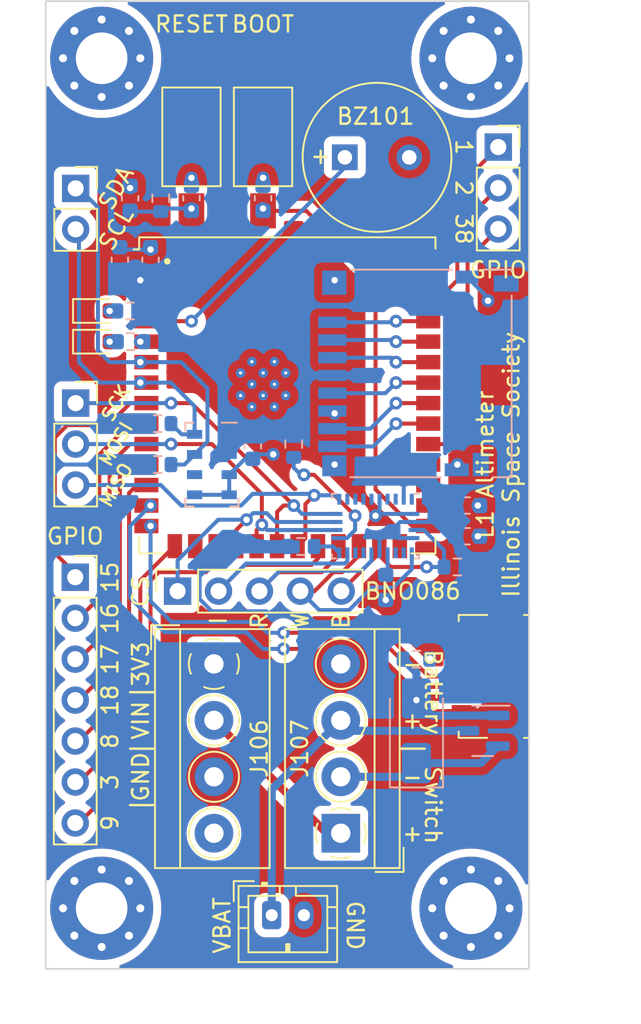
<source format=kicad_pcb>
(kicad_pcb (version 20221018) (generator pcbnew)
  (title_block (title "L1 Altimeter") (date "2023-12-30") (rev "A") (company "Illinois Space Society") (comment 4 "Contributors: Thomas McManamen"))
  (layers (0 "F.Cu" signal) (31 "B.Cu" signal) (34 "B.Paste" user) (35 "F.Paste" user) (36 "B.SilkS" user "B.Silkscreen") (37 "F.SilkS" user "F.Silkscreen") (38 "B.Mask" user) (39 "F.Mask" user) (44 "Edge.Cuts" user))
  (net 0 "")
  (net 1 "/BUZZER")
  (net 2 "GND")
  (net 3 "+3V3")
  (net 4 "/RESET_SW")
  (net 5 "Net-(U103-CAP)")
  (net 6 "/BOOT_SW")
  (net 7 "Net-(D101-A)")
  (net 8 "Net-(D102-A)")
  (net 9 "/MicroSD_DAT2")
  (net 10 "/MicroSD_DAT3")
  (net 11 "/MicroSD_CMD")
  (net 12 "/MicroSD_CLK")
  (net 13 "/MicroSD_DAT0")
  (net 14 "/MicroSD_DAT1")
  (net 17 "/BNO086_BOOT")
  (net 18 "Net-(U103-ENV_SDA)")
  (net 19 "Net-(U103-ENV_SCL)")
  (net 20 "/LED_BLUE")
  (net 21 "/I2C_SDA")
  (net 22 "/I2C_SCL")
  (net 24 "/BNO086_CS")
  (net 25 "/SPI_MOSI")
  (net 26 "/SPI_SCK")
  (net 27 "/SPI_MISO")
  (net 28 "/BNO086_WAKE")
  (net 29 "/BNO086_RESET")
  (net 30 "/BNO086_INT")
  (net 38 "/VSYS")
  (net 39 "/VBUS")
  (net 40 "/VBAT")
  (net 41 "/USB_D-")
  (net 42 "/USB_D+")
  (net 44 "/GPIO15")
  (net 45 "/GPIO16")
  (net 46 "/GPIO17")
  (net 47 "/GPIO18")
  (net 48 "/GPIO8")
  (net 49 "/GPIO3")
  (net 50 "/GPIO9")
  (net 51 "/GPIO1")
  (net 52 "/GPIO2")
  (net 53 "/GPIO38")
  (net 54 "/VIN")
  (footprint "MCU_ESP32:ESP32-S3-WROOM-1U" (layer "F.Cu") (at 102.6025 57.015)
    (fp_text reference "U101" hide)
    (fp_text value "ESP32-S3-WROOM-1U")
  )
  (footprint "Button_Switch_SMD:SW_SPST_FSMSM" (layer "F.Cu") (at 101.195 41.675 -90)
    (fp_text reference "SW101" hide)
    (fp_text value "SW_Push")
  )
  (footprint "Connector_PinSocket_2.54mm:PinSocket_1x05_P2.54mm_Vertical" (layer "F.Cu") (at 95.891 69.844 90)
    (fp_text reference "J108" hide)
    (fp_text value "Conn_01x05")
  )
  (footprint "Connector_PinSocket_2.54mm:PinSocket_1x03_P2.54mm_Vertical" (layer "F.Cu") (at 89.56 58.185)
    (fp_text reference "J110" hide)
    (fp_text value "~")
  )
  (footprint "TerminalBlock_4Ucon:TerminalBlock_4Ucon_1x04_P3.50mm_Horizontal" (layer "F.Cu") (at 106.021 84.855 90)
    (fp_text reference "J107")
    (fp_text value "Right")
  )
  (footprint "Connector_PinSocket_2.54mm:PinSocket_1x07_P2.54mm_Vertical" (layer "F.Cu") (at 89.535 68.98)
    (fp_text reference "J104" hide)
    (fp_text value "Conn_01x07")
  )
  (footprint "Connector_USB:USB_Micro-B_Molex_47346-0001" (layer "F.Cu") (at 115.0558 75.13 90)
    (fp_text reference "J103" hide)
    (fp_text value "USB4105-GF-A")
  )
  (footprint "Connector_JST:JST_PH_B2B-PH-K_1x02_P2.00mm_Vertical" (layer "F.Cu") (at 101.735 89.935)
    (fp_text reference "J102" hide)
    (fp_text value "Terminal Block")
  )
  (footprint "LED_SMD:LED_0603_1608Metric" (layer "F.Cu") (at 90.8825 52.47)
    (fp_text reference "D101" hide)
    (fp_text value "RED LED")
  )
  (footprint "Button_Switch_SMD:SW_SPST_FSMSM" (layer "F.Cu") (at 96.75 41.675 90)
    (fp_text reference "SW102" hide)
    (fp_text value "SW_Push")
  )
  (footprint "TerminalBlock_4Ucon:TerminalBlock_4Ucon_1x04_P3.50mm_Horizontal" (layer "F.Cu") (at 98.147 74.355 -90)
    (fp_text reference "J106")
    (fp_text value "Left")
  )
  (footprint "LED_SMD:LED_0603_1608Metric" (layer "F.Cu") (at 90.8825 54.375)
    (fp_text reference "D102" hide)
    (fp_text value "BLUE LED")
  )
  (footprint "Buzzer_Beeper:MagneticBuzzer_PUI_AT-0927-TT-6-R" (layer "F.Cu") (at 106.275 42.945)
    (fp_text reference "BZ101")
    (fp_text value "AT-0927-TT-6-R")
  )
  (footprint "Connector_PinSocket_2.54mm:PinSocket_1x02_P2.54mm_Vertical" (layer "F.Cu") (at 89.56 44.87)
    (fp_text reference "J109" hide)
    (fp_text value "Conn_01x02")
  )
  (footprint "MountingHole:MountingHole_3.2mm_M3_Pad_Via" (layer "F.Cu") (at 91.175 89.507944)
    (fp_text reference "H104" hide)
    (fp_text value "M3")
  )
  (footprint "MountingHole:MountingHole_3.2mm_M3_Pad_Via" (layer "F.Cu") (at 114.102944 89.507944)
    (fp_text reference "H103" hide)
    (fp_text value "M3")
  )
  (footprint "Connector_PinSocket_2.54mm:PinSocket_1x03_P2.54mm_Vertical" (layer "F.Cu") (at 115.8 42.31)
    (fp_text reference "J105" hide)
    (fp_text value "~")
  )
  (footprint "MountingHole:MountingHole_3.2mm_M3_Pad_Via" (layer "F.Cu") (at 114.102944 36.802944)
    (fp_text reference "H102" hide)
    (fp_text value "M3")
  )
  (footprint "MountingHole:MountingHole_3.2mm_M3_Pad_Via" (layer "F.Cu") (at 91.175 36.802944)
    (fp_text reference "H101" hide)
    (fp_text value "M3")
  )
  (footprint "Resistor_SMD:R_0603_1608Metric" (layer "B.Cu") (at 92.9775 54.375 180)
    (fp_text reference "R105" hide)
    (fp_text value "470")
  )
  (footprint "Diode_SMD:D_SMA" (layer "B.Cu") (at 110.72 78.505 90)
    (fp_text reference "D103" hide)
    (fp_text value "MBRA340")
  )
  (footprint "Capacitor_SMD:C_0603_1608Metric" (layer "B.Cu") (at 96.75 45.485 90)
    (fp_text reference "C103" hide)
    (fp_text value "0.1uF")
  )
  (footprint "Connector_Card:microSD_HC_Hirose_DM3D-SF" (layer "B.Cu") (at 110.847 56.345 90)
    (fp_text reference "J101" hide)
    (fp_text value "DM3D-SF")
  )
  (footprint "Resistor_SMD:R_0603_1608Metric" (layer "B.Cu") (at 110.72 74.06)
    (fp_text reference "R109" hide)
    (fp_text value "100k")
  )
  (footprint "Capacitor_SMD:C_0603_1608Metric" (layer "B.Cu") (at 113.895 66.44)
    (fp_text reference "C108" hide)
    (fp_text value "0.1uF")
  )
  (footprint "Resistor_SMD:R_0603_1608Metric" (layer "B.Cu") (at 103.1 60.725 90)
    (fp_text reference "R106" hide)
    (fp_text value "2.2k")
  )
  (footprint "Capacitor_SMD:C_0603_1608Metric" (layer "B.Cu") (at 100.56 60.865 -90)
    (fp_text reference "C105" hide)
    (fp_text value "0.1uF")
  )
  (footprint "Capacitor_SMD:C_0603_1608Metric" (layer "B.Cu") (at 113.895 64.535)
    (fp_text reference "C109" hide)
    (fp_text value "0.1uF")
  )
  (footprint "Resistor_SMD:R_0603_1608Metric" (layer "B.Cu") (at 113.26 68.345)
    (fp_text reference "R103" hide)
    (fp_text value "10k")
  )
  (footprint "Resistor_SMD:R_0603_1608Metric" (layer "B.Cu") (at 94.655 59.455 180)
    (fp_text reference "R102" hide)
    (fp_text value "10k")
  )
  (footprint "Package_LGA:LGA-8_3x5mm_P1.25mm" (layer "B.Cu") (at 98.02 61.995 180)
    (fp_text reference "U102" hide)
    (fp_text value "MS5611-01BA03")
  )
  (footprint "Capacitor_SMD:C_0603_1608Metric" (layer "B.Cu") (at 92.305 49.295 90)
    (fp_text reference "C102" hide)
    (fp_text value "22uF")
  )
  (footprint "Resistor_SMD:R_0603_1608Metric" (layer "B.Cu") (at 94.655 61.995 180)
    (fp_text reference "R101" hide)
    (fp_text value "10k")
  )
  (footprint "Capacitor_SMD:C_0603_1608Metric" (layer "B.Cu") (at 108.815 69.615 -90)
    (fp_text reference "C106" hide)
    (fp_text value "0.1uF")
  )
  (footprint "Resistor_SMD:R_0603_1608Metric" (layer "B.Cu") (at 92.94 52.47 180)
    (fp_text reference "R104" hide)
    (fp_text value "470")
  )
  (footprint "Resistor_SMD:R_0603_1608Metric" (layer "B.Cu") (at 103.545 67.075 180)
    (fp_text reference "R108" hide)
    (fp_text value "2.2k")
  )
  (footprint "Capacitor_SMD:C_0603_1608Metric" (layer "B.Cu") (at 92.94 45.485 90)
    (fp_text reference "C107" hide)
    (fp_text value "1uF")
  )
  (footprint "Resistor_SMD:R_0603_1608Metric" (layer "B.Cu") (at 94.845 45.485 90)
    (fp_text reference "R107" hide)
    (fp_text value "10k")
  )
  (footprint "Capacitor_SMD:C_0603_1608Metric" (layer "B.Cu") (at 94.21 49.295 90)
    (fp_text reference "C104" hide)
    (fp_text value "0.1uF")
  )
  (footprint "Package_LGA:LGA-28_5.2x3.8mm_P0.5mm" (layer "B.Cu") (at 108.18 65.805 180)
    (fp_text reference "U103" hide)
    (fp_text value "BNO086")
  )
  (footprint "Package_TO_SOT_SMD:SOT-23" (layer "B.Cu") (at 114.8325 78.505 180)
    (fp_text reference "Q101" hide)
    (fp_text value "DMG2301L")
  )
  (footprint "Capacitor_SMD:C_0603_1608Metric" (layer "B.Cu") (at 101.195 45.485 -90)
    (fp_text reference "C101" hide)
    (fp_text value "0.1uF")
  )
  (gr_line (start 94.4512 79.61) (end 92.9412 79.61) (stroke (width 0.15)) (layer "F.SilkS"))
  (gr_line (start 94.4462 76.11) (end 92.9362 76.11) (stroke (width 0.15)) (layer "F.SilkS"))
  (gr_line (start 111.2278 79.61) (end 109.7178 79.61) (stroke (width 0.15)) (layer "F.SilkS"))
  (gr_line (start 94.4462 83.11) (end 92.9362 83.11) (stroke (width 0.15)) (layer "F.SilkS"))
  (gr_rect (start 87.705 33.265) (end 117.705 93.265) (stroke (width 0.1)) (fill none) (layer "Edge.Cuts"))
  (gr_text "SCK" (at 92.075 58.185001 60) (layer "F.SilkS") (effects (font (size 0.8 0.8))))
  (gr_text "RESET" (at 96.75 34.69) (layer "F.SilkS") (effects (font (size 1 1))))
  (gr_text "17" (at 91.694 74.06 90) (layer "F.SilkS") (effects (font (size 1 1))))
  (gr_text "GPIO" (at 89.535 66.44) (layer "F.SilkS") (effects (font (size 1 1))))
  (gr_text "R" (at 100.971 71.6788 90) (layer "F.SilkS") (effects (font (size 1 1))))
  (gr_text "BNO086" (at 110.49 69.85) (layer "F.SilkS") (effects (font (size 1 1))))
  (gr_text "3" (at 91.694 81.68 90) (layer "F.SilkS") (effects (font (size 1 1))))
  (gr_text "L1 Altimeter\nIllinois Space Society" (at 115.8 61.995 90) (layer "F.SilkS") (effects (font (size 1 1))))
  (gr_text "MOSI" (at 92.075 60.725 60) (layer "F.SilkS") (effects (font (size 0.8 0.8))))
  (gr_text "BOOT" (at 101.195 34.69) (layer "F.SilkS") (effects (font (size 1 1))))
  (gr_text "9" (at 91.694 84.22 90) (layer "F.SilkS") (effects (font (size 1 1))))
  (gr_text "18" (at 91.694 76.6 90) (layer "F.SilkS") (effects (font (size 1 1))))
  (gr_text "+" (at 110.4728 84.855) (layer "F.SilkS") (effects (font (size 1 1))))
  (gr_text "MISO" (at 92.075 63.265 60) (layer "F.SilkS") (effects (font (size 0.8 0.8))))
  (gr_text "2" (at 113.665 44.85 270) (layer "F.SilkS") (effects (font (size 1 1))))
  (gr_text "38" (at 113.665 47.39 270) (layer "F.SilkS") (effects (font (size 1 1))))
  (gr_text "VIN" (at 93.599 77.851 90) (layer "F.SilkS") (effects (font (size 1 1))))
  (gr_text "GND" (at 93.599 81.355001 90) (layer "F.SilkS") (effects (font (size 1 1))))
  (gr_text "CS" (at 93.599 69.85 90) (layer "F.SilkS") (effects (font (size 1 1))))
  (gr_text "+" (at 110.4728 77.855) (layer "F.SilkS") (effects (font (size 1 1))))
  (gr_text "1" (at 113.665 42.31 270) (layer "F.SilkS") (effects (font (size 1 1))))
  (gr_text "I" (at 98.431 71.6788 90) (layer "F.SilkS") (effects (font (size 1 1))))
  (gr_text "SCL" (at 92.075 47.39 60) (layer "F.SilkS") (effects (font (size 1 1))))
  (gr_text "16" (at 91.694 71.52 90) (layer "F.SilkS") (effects (font (size 1 1))))
  (gr_text "-" (at 110.4728 81.355) (layer "F.SilkS") (effects (font (size 1 1))))
  (gr_text "GND" (at 106.91 90.57 -90) (layer "F.SilkS") (effects (font (size 1 1))))
  (gr_text "SDA" (at 92.075 44.85 60) (layer "F.SilkS") (effects (font (size 1 1))))
  (gr_text "-" (at 110.4728 74.355) (layer "F.SilkS") (effects (font (size 1 1))))
  (gr_text "3V3" (at 93.599 74.355001 90) (layer "F.SilkS") (effects (font (size 1 1))))
  (gr_text "B" (at 106.051 71.6788 90) (layer "F.SilkS") (effects (font (size 1 1))))
  (gr_text "Switch" (at 111.76 83.11 270) (layer "F.SilkS") (effects (font (size 1 1))))
  (gr_text "Battery" (at 111.76 76.11 270) (layer "F.SilkS") (effects (font (size 1 1))))
  (gr_text "W" (at 103.505 71.6788 90) (layer "F.SilkS") (effects (font (size 1 0.8))))
  (gr_text "VBAT" (at 98.655 90.57 90) (layer "F.SilkS") (effects (font (size 1 1))))
  (gr_text "15" (at 91.694 68.98 90) (layer "F.SilkS") (effects (font (size 1 1))))
  (gr_text "8" (at 91.694 79.14 90) (layer "F.SilkS") (effects (font (size 1 1))))
  (gr_text "GPIO" (at 115.8 49.93) (layer "F.SilkS") (effects (font (size 1 1))))
  (segment (start 96.75 53.105) (end 93.9525 53.105) (width 0.25) (layer "F.Cu") (net 1))
  (via (at 96.75 53.105) (size 0.8) (drill 0.4) (layers "F.Cu" "B.Cu") (net 1))
  (segment (start 106.275 42.945) (end 106.275 43.58) (width 0.25) (layer "B.Cu") (net 1))
  (segment (start 106.275 43.58) (end 96.75 53.105) (width 0.25) (layer "B.Cu") (net 1))
  (via (at 111.5568 74.0156) (size 0.8) (drill 0.4) (layers "F.Cu" "B.Cu") (net 2))
  (via (at 105.64 58.82) (size 0.8) (drill 0.4) (layers "F.Cu" "B.Cu") (net 2))
  (via (at 96.75 44.215) (size 0.8) (drill 0.4) (layers "F.Cu" "B.Cu") (net 2))
  (via (at 101.83 61.36) (size 0.8) (drill 0.4) (layers "F.Cu" "B.Cu") (net 2))
  (via (at 114.53 66.44) (size 0.8) (drill 0.4) (layers "F.Cu" "B.Cu") (net 2))
  (via (at 108.815 70.39) (size 0.8) (drill 0.4) (layers "F.Cu" "B.Cu") (net 2))
  (via (at 108.18 65.17) (size 0.8) (drill 0.4) (layers "F.Cu" "B.Cu") (net 2))
  (via (at 105.64 50.565) (size 0.8) (drill 0.4) (layers "F.Cu" "B.Cu") (net 2))
  (via (at 94.21 48.66) (size 0.8) (drill 0.4) (layers "F.Cu" "B.Cu") (net 2))
  (via (at 101.195 44.215) (size 0.8) (drill 0.4) (layers "F.Cu" "B.Cu") (net 2))
  (via (at 105.64 61.995) (size 0.8) (drill 0.4) (layers "F.Cu" "B.Cu") (net 2))
  (via (at 115.165 51.835) (size 0.8) (drill 0.4) (layers "F.Cu" "B.Cu") (net 2))
  (via (at 92.94 44.85) (size 0.8) (drill 0.4) (layers "F.Cu" "B.Cu") (net 2))
  (via (at 113.26 61.995) (size 0.8) (drill 0.4) (layers "F.Cu" "B.Cu") (net 2))
  (via (at 114.53 64.535) (size 0.8) (drill 0.4) (layers "F.Cu" "B.Cu") (net 2))
  (segment (start 108.18 65.17) (end 108.295 65.055) (width 0.25) (layer "B.Cu") (net 2))
  (segment (start 92.445 48.66) (end 92.305 48.52) (width 0.25) (layer "B.Cu") (net 2))
  (segment (start 108.43 64.92) (end 108.43 64.1425) (width 0.25) (layer "B.Cu") (net 2))
  (segment (start 115.165 51.663) (end 113.872 50.37) (width 0.25) (layer "B.Cu") (net 2))
  (segment (start 100.84 61.36) (end 100.56 61.64) (width 0.25) (layer "B.Cu") (net 2))
  (segment (start 99.095 63.87) (end 96.945 63.87) (width 0.25) (layer "B.Cu") (net 2))
  (segment (start 108.955 70.39) (end 108.815 70.39) (width 0.25) (layer "B.Cu") (net 2))
  (segment (start 96.75 44.71) (end 96.75 44.215) (width 0.25) (layer "B.Cu") (net 2))
  (segment (start 101.83 61.36) (end 100.84 61.36) (width 0.25) (layer "B.Cu") (net 2))
  (segment (start 101.195 44.71) (end 101.195 44.215) (width 0.25) (layer "B.Cu") (net 2))
  (segment (start 100.075 61.64) (end 99.095 62.62) (width 0.25) (layer "B.Cu") (net 2))
  (segment (start 108.295 65.055) (end 110.5675 65.055) (width 0.25) (layer "B.Cu") (net 2))
  (segment (start 94.21 48.66) (end 92.445 48.66) (width 0.25) (layer "B.Cu") (net 2))
  (segment (start 99.095 62.62) (end 99.095 63.87) (width 0.25) (layer "B.Cu") (net 2))
  (segment (start 100.56 61.64) (end 100.075 61.64) (width 0.25) (layer "B.Cu") (net 2))
  (segment (start 108.18 65.17) (end 108.43 64.92) (width 0.25) (layer "B.Cu") (net 2))
  (segment (start 115.165 51.835) (end 115.165 51.663) (width 0.25) (layer "B.Cu") (net 2))
  (via (at 93.575 50.565) (size 0.8) (drill 0.4) (layers "F.Cu" "B.Cu") (net 3))
  (segment (start 92.8 50.565) (end 92.305 50.07) (width 0.25) (layer "B.Cu") (net 3))
  (segment (start 97.256 70.331) (end 97.256 68.474) (width 0.25) (layer "B.Cu") (net 3))
  (segment (start 108.43 67.4675) (end 108.43 66.44) (width 0.25) (layer "B.Cu") (net 3))
  (segment (start 97.256 70.331) (end 98.02 71.095) (width 0.25) (layer "B.Cu") (net 3))
  (segment (start 93.83 59.455) (end 88.265 59.455) (width 0.25) (layer "B.Cu") (net 3))
  (segment (start 111.74 65.555) (end 110.5675 65.555) (width 0.25) (layer "B.Cu") (net 3))
  (segment (start 109.7 65.555) (end 109.45 65.805) (width 0.25) (layer "B.Cu") (net 3))
  (segment (start 93.83 61.995) (end 88.265 61.995) (width 0.25) (layer "B.Cu") (net 3))
  (segment (start 109.93 62.785) (end 110.085 62.63) (width 0.25) (layer "B.Cu") (net 3))
  (segment (start 94.21 50.07) (end 94.07 50.07) (width 0.25) (layer "B.Cu") (net 3))
  (segment (start 101.405 71.095) (end 101.83 71.52) (width 0.25) (layer "B.Cu") (net 3))
  (segment (start 110.5675 65.555) (end 109.7 65.555) (width 0.25) (layer "B.Cu") (net 3))
  (segment (start 109.93 64.1425) (end 109.93 62.785) (width 0.25) (layer "B.Cu") (net 3))
  (segment (start 110.5675 66.555) (end 109.565 66.555) (width 0.25) (layer "B.Cu") (net 3))
  (segment (start 94.07 50.07) (end 93.575 50.565) (width 0.25) (layer "B.Cu") (net 3))
  (segment (start 98.02 71.095) (end 101.405 71.095) (width 0.25) (layer "B.Cu") (net 3))
  (segment (start 93.575 50.565) (end 92.8 50.565) (width 0.25) (layer "B.Cu") (net 3))
  (segment (start 94.9525 51.835) (end 93.9525 51.835) (width 0.25) (layer "F.Cu") (net 4))
  (segment (start 96.75 46.265) (end 96.75 50.0375) (width 0.25) (layer "F.Cu") (net 4))
  (segment (start 96.75 50.0375) (end 94.9525 51.835) (width 0.25) (layer "F.Cu") (net 4))
  (via (at 96.75 46.12) (size 0.8) (drill 0.4) (layers "F.Cu" "B.Cu") (net 4))
  (segment (start 96.75 46.12) (end 95.035 46.12) (width 0.25) (layer "B.Cu") (net 4))
  (segment (start 92.99 46.31) (end 92.94 46.26) (width 0.25) (layer "B.Cu") (net 4))
  (segment (start 94.845 46.31) (end 92.99 46.31) (width 0.25) (layer "B.Cu") (net 4))
  (segment (start 95.035 46.12) (end 94.845 46.31) (width 0.25) (layer "B.Cu") (net 4))
  (segment (start 96.75 46.12) (end 96.75 46.26) (width 0.25) (layer "B.Cu") (net 4))
  (segment (start 108.815 68.84) (end 108.93 68.725) (width 0.25) (layer "B.Cu") (net 5))
  (segment (start 108.93 68.725) (end 108.93 67.4675) (width 0.25) (layer "B.Cu") (net 5))
  (segment (start 108.18 63.5325) (end 110.4525 65.805) (width 0.25) (layer "F.Cu") (net 6))
  (segment (start 101.195 46.265) (end 103.88 46.265) (width 0.25) (layer "F.Cu") (net 6))
  (segment (start 103.88 46.265) (end 108.18 50.565) (width 0.25) (layer "F.Cu") (net 6))
  (segment (start 110.4525 65.805) (end 111.4525 65.805) (width 0.25) (layer "F.Cu") (net 6))
  (segment (start 108.18 50.565) (end 108.18 63.5325) (width 0.25) (layer "F.Cu") (net 6))
  (via (at 101.195 46.12) (size 0.8) (drill 0.4) (layers "F.Cu" "B.Cu") (net 6))
  (segment (start 101.195 46.12) (end 101.195 46.26) (width 0.25) (layer "B.Cu") (net 6))
  (via (at 91.67 52.47) (size 0.8) (drill 0.4) (layers "F.Cu" "B.Cu") (net 7))
  (segment (start 92.115 52.47) (end 91.67 52.47) (width 0.25) (layer "B.Cu") (net 7))
  (via (at 91.67 54.375) (size 0.8) (drill 0.4) (layers "F.Cu" "B.Cu") (net 8))
  (segment (start 92.1525 54.375) (end 91.67 54.375) (width 0.25) (layer "B.Cu") (net 8))
  (segment (start 109.45 53.105) (end 111.4525 53.105) (width 0.25) (layer "F.Cu") (net 9))
  (via (at 109.45 53.105) (size 0.8) (drill 0.4) (layers "F.Cu" "B.Cu") (net 9))
  (segment (start 109.45 53.105) (end 109.515 53.17) (width 0.25) (layer "B.Cu") (net 9))
  (segment (start 109.385 53.17) (end 109.45 53.105) (width 0.25) (layer "B.Cu") (net 9))
  (segment (start 105.497 53.17) (end 109.385 53.17) (width 0.25) (layer "B.Cu") (net 9))
  (segment (start 109.45 54.375) (end 111.4525 54.375) (width 0.25) (layer "F.Cu") (net 10))
  (via (at 109.45 54.375) (size 0.8) (drill 0.4) (layers "F.Cu" "B.Cu") (net 10))
  (segment (start 105.497 54.27) (end 109.345 54.27) (width 0.25) (layer "B.Cu") (net 10))
  (segment (start 109.345 54.27) (end 109.45 54.375) (width 0.25) (layer "B.Cu") (net 10))
  (segment (start 111.4525 55.645) (end 109.45 55.645) (width 0.25) (layer "F.Cu") (net 11))
  (via (at 109.45 55.645) (size 0.8) (drill 0.4) (layers "F.Cu" "B.Cu") (net 11))
  (segment (start 105.497 55.37) (end 109.175 55.37) (width 0.25) (layer "B.Cu") (net 11))
  (segment (start 109.175 55.37) (end 109.45 55.645) (width 0.25) (layer "B.Cu") (net 11))
  (segment (start 109.45 56.915) (end 111.4525 56.915) (width 0.25) (layer "F.Cu") (net 12))
  (via (at 109.45 56.915) (size 0.8) (drill 0.4) (layers "F.Cu" "B.Cu") (net 12))
  (segment (start 105.497 57.57) (end 108.795 57.57) (width 0.25) (layer "B.Cu") (net 12))
  (segment (start 108.795 57.57) (end 109.45 56.915) (width 0.25) (layer "B.Cu") (net 12))
  (segment (start 111.4525 58.185) (end 109.45 58.185) (width 0.25) (layer "F.Cu") (net 13))
  (via (at 109.45 58.185) (size 0.8) (drill 0.4) (layers "F.Cu" "B.Cu") (net 13))
  (segment (start 105.497 59.77) (end 107.865 59.77) (width 0.25) (layer "B.Cu") (net 13))
  (segment (start 107.865 59.77) (end 109.45 58.185) (width 0.25) (layer "B.Cu") (net 13))
  (segment (start 109.45 59.455) (end 111.4525 59.455) (width 0.25) (layer "F.Cu") (net 14))
  (via (at 109.45 59.455) (size 0.8) (drill 0.4) (layers "F.Cu" "B.Cu") (net 14))
  (segment (start 105.497 60.87) (end 108.035 60.87) (width 0.25) (layer "B.Cu") (net 14))
  (segment (start 108.035 60.87) (end 109.45 59.455) (width 0.25) (layer "B.Cu") (net 14))
  (segment (start 108.4175 67.4775) (end 108.4175 67.055) (width 0.25) (layer "F.Cu") (net 17))
  (segment (start 111.355 68.345) (end 109.1275 68.345) (width 0.25) (layer "F.Cu") (net 17))
  (segment (start 109.1275 68.345) (end 108.4175 67.635) (width 0.25) (layer "F.Cu") (net 17))
  (segment (start 106.051 69.844) (end 108.4175 67.4775) (width 0.25) (layer "F.Cu") (net 17))
  (segment (start 108.4175 67.635) (end 108.4175 67.055) (width 0.25) (layer "F.Cu") (net 17))
  (via (at 111.355 68.345) (size 0.8) (drill 0.4) (layers "F.Cu" "B.Cu") (net 17))
  (segment (start 111.182 66.055) (end 112.435 67.308) (width 0.25) (layer "B.Cu") (net 17))
  (segment (start 112.435 67.308) (end 112.435 68.345) (width 0.25) (layer "B.Cu") (net 17))
  (segment (start 110.5675 66.055) (end 111.182 66.055) (width 0.25) (layer "B.Cu") (net 17))
  (segment (start 112.435 68.345) (end 111.355 68.345) (width 0.25) (layer "B.Cu") (net 17))
  (segment (start 106.91 65.17) (end 104.37 62.63) (width 0.25) (layer "F.Cu") (net 18))
  (segment (start 104.37 62.63) (end 103.735 62.63) (width 0.25) (layer "F.Cu") (net 18))
  (via (at 106.91 65.17) (size 0.8) (drill 0.4) (layers "F.Cu" "B.Cu") (net 18))
  (via (at 103.735 62.63) (size 0.8) (drill 0.4) (layers "F.Cu" "B.Cu") (net 18))
  (segment (start 105.7925 66.555) (end 106.407 66.555) (width 0.25) (layer "B.Cu") (net 18))
  (segment (start 106.407 66.555) (end 106.91 66.052) (width 0.25) (layer "B.Cu") (net 18))
  (segment (start 103.545 62.63) (end 103.1 62.185) (width 0.25) (layer "B.Cu") (net 18))
  (segment (start 103.1 62.185) (end 103.1 61.55) (width 0.25) (layer "B.Cu") (net 18))
  (segment (start 106.91 66.052) (end 106.91 65.17) (width 0.25) (layer "B.Cu") (net 18))
  (segment (start 103.735 62.63) (end 103.545 62.63) (width 0.25) (layer "B.Cu") (net 18))
  (segment (start 105.5375 67.075) (end 105.93 67.4675) (width 0.25) (layer "B.Cu") (net 19))
  (segment (start 104.37 67.075) (end 105.5375 67.075) (width 0.25) (layer "B.Cu") (net 19))
  (via (at 93.575 54.375) (size 0.8) (drill 0.4) (layers "F.Cu" "B.Cu") (net 20))
  (segment (start 93.8025 54.375) (end 93.575 54.375) (width 0.25) (layer "B.Cu") (net 20))
  (via (at 93.575 55.645) (size 0.8) (drill 0.4) (layers "F.Cu" "B.Cu") (net 21))
  (segment (start 97.745 60.57) (end 97.745 57.275) (width 0.25) (layer "B.Cu") (net 21))
  (segment (start 90.945 54.92) (end 90.945 46.05) (width 0.25) (layer "B.Cu") (net 21))
  (segment (start 91.67 55.645) (end 90.945 54.92) (width 0.25) (layer "B.Cu") (net 21))
  (segment (start 93.575 55.645) (end 91.67 55.645) (width 0.25) (layer "B.Cu") (net 21))
  (segment (start 96.115 55.645) (end 93.575 55.645) (width 0.25) (layer "B.Cu") (net 21))
  (segment (start 96.945 61.37) (end 97.745 60.57) (width 0.25) (layer "B.Cu") (net 21))
  (segment (start 96.32 61.995) (end 96.945 61.37) (width 0.25) (layer "B.Cu") (net 21))
  (segment (start 90.945 46.05) (end 89.765 44.87) (width 0.25) (layer "B.Cu") (net 21))
  (segment (start 97.745 57.275) (end 96.115 55.645) (width 0.25) (layer "B.Cu") (net 21))
  (segment (start 95.48 61.995) (end 96.32 61.995) (width 0.25) (layer "B.Cu") (net 21))
  (via (at 93.575 56.915) (size 0.8) (drill 0.4) (layers "F.Cu" "B.Cu") (net 22))
  (segment (start 96.945 58.38) (end 95.48 56.915) (width 0.25) (layer "B.Cu") (net 22))
  (segment (start 89.765 55.645) (end 89.765 47.41) (width 0.25) (layer "B.Cu") (net 22))
  (segment (start 96.945 60.12) (end 96.945 58.38) (width 0.25) (layer "B.Cu") (net 22))
  (segment (start 93.575 56.915) (end 91.035 56.915) (width 0.25) (layer "B.Cu") (net 22))
  (segment (start 96.145 60.12) (end 95.48 59.455) (width 0.25) (layer "B.Cu") (net 22))
  (segment (start 91.035 56.915) (end 89.765 55.645) (width 0.25) (layer "B.Cu") (net 22))
  (segment (start 96.945 60.12) (end 96.145 60.12) (width 0.25) (layer "B.Cu") (net 22))
  (segment (start 95.48 56.915) (end 93.575 56.915) (width 0.25) (layer "B.Cu") (net 22))
  (segment (start 99.5275 66.055) (end 99.5275 67.055) (width 0.25) (layer "F.Cu") (net 24))
  (segment (start 99.5275 67.4725) (end 99.5275 67.055) (width 0.25) (layer "F.Cu") (net 24))
  (segment (start 100.16875 65.41375) (end 99.5275 66.055) (width 0.25) (layer "F.Cu") (net 24))
  (via (at 100.16875 65.41375) (size 0.8) (drill 0.4) (layers "F.Cu" "B.Cu") (net 24))
  (segment (start 100.57625 65.00625) (end 101.421555 65.00625) (width 0.25) (layer "B.Cu") (net 24))
  (segment (start 98.41125 65.41375) (end 95.891 67.934) (width 0.25) (layer "B.Cu") (net 24))
  (segment (start 100.16875 65.41375) (end 100.57625 65.00625) (width 0.25) (layer "B.Cu") (net 24))
  (segment (start 101.421555 65.00625) (end 101.970305 65.555) (width 0.25) (layer "B.Cu") (net 24))
  (segment (start 100.16875 65.41375) (end 98.41125 65.41375) (width 0.25) (layer "B.Cu") (net 24))
  (segment (start 95.891 67.934) (end 95.891 69.844) (width 0.25) (layer "B.Cu") (net 24))
  (segment (start 101.970305 65.555) (end 105.7925 65.555) (width 0.25) (layer "B.Cu") (net 24))
  (segment (start 98.02 60.725) (end 95.48 60.725) (width 0.25) (layer "F.Cu") (net 25))
  (segment (start 101.12125 65.73125) (end 101.12125 63.82625) (width 0.25) (layer "F.Cu") (net 25))
  (segment (start 101.12125 63.82625) (end 98.02 60.725) (width 0.25) (layer "F.Cu") (net 25))
  (segment (start 101.12125 65.73125) (end 100.7975 66.055) (width 0.25) (layer "F.Cu") (net 25))
  (segment (start 100.7975 66.055) (end 100.7975 67.055) (width 0.25) (layer "F.Cu") (net 25))
  (via (at 101.12125 65.73125) (size 0.8) (drill 0.4) (layers "F.Cu" "B.Cu") (net 25))
  (via (at 95.48 60.725) (size 0.8) (drill 0.4) (layers "F.Cu" "B.Cu") (net 25))
  (segment (start 101.445 66.055) (end 105.7925 66.055) (width 0.25) (layer "B.Cu") (net 25))
  (segment (start 95.48 60.725) (end 89.765 60.725) (width 0.25) (layer "B.Cu") (net 25))
  (segment (start 101.12125 65.73125) (end 101.445 66.055) (width 0.25) (layer "B.Cu") (net 25))
  (segment (start 103.1 64.535) (end 96.75 58.185) (width 0.25) (layer "F.Cu") (net 26))
  (segment (start 102.0675 64.9325) (end 102.0675 67.055) (width 0.25) (layer "F.Cu") (net 26))
  (segment (start 102.465 64.535) (end 102.0675 64.9325) (width 0.25) (layer "F.Cu") (net 26))
  (segment (start 103.1 64.535) (end 102.465 64.535) (width 0.25) (layer "F.Cu") (net 26))
  (segment (start 96.75 58.185) (end 95.48 58.185) (width 0.25) (layer "F.Cu") (net 26))
  (via (at 95.48 58.185) (size 0.8) (drill 0.4) (layers "F.Cu" "B.Cu") (net 26))
  (via (at 103.1 64.535) (size 0.8) (drill 0.4) (layers "F.Cu" "B.Cu") (net 26))
  (segment (start 103.62 65.055) (end 105.7925 65.055) (width 0.25) (layer "B.Cu") (net 26))
  (segment (start 95.48 58.185) (end 89.56 58.185) (width 0.25) (layer "B.Cu") (net 26))
  (segment (start 103.1 64.535) (end 103.62 65.055) (width 0.25) (layer "B.Cu") (net 26))
  (segment (start 103.3375 67.055) (end 103.825 66.5675) (width 0.25) (layer "F.Cu") (net 27))
  (segment (start 103.825 66.5675) (end 103.825 64.445) (width 0.25) (layer "F.Cu") (net 27))
  (segment (start 103.825 64.445) (end 104.37 63.9) (width 0.25) (layer "F.Cu") (net 27))
  (via (at 104.37 63.9) (size 0.8) (drill 0.4) (layers "F.Cu" "B.Cu") (net 27))
  (segment (start 94.845 63.265) (end 89.765 63.265) (width 0.25) (layer "B.Cu") (net 27))
  (segment (start 104.28 63.81) (end 100.555 63.81) (width 0.25) (layer "B.Cu") (net 27))
  (segment (start 105.6875 63.9) (end 105.93 64.1425) (width 0.25) (layer "B.Cu") (net 27))
  (segment (start 104.37 63.9) (end 105.6875 63.9) (width 0.25) (layer "B.Cu") (net 27))
  (segment (start 104.37 63.9) (end 104.28 63.81) (width 0.25) (layer "B.Cu") (net 27))
  (segment (start 99.83 64.535) (end 96.115 64.535) (width 0.25) (layer "B.Cu") (net 27))
  (segment (start 100.555 63.81) (end 99.83 64.535) (width 0.25) (layer "B.Cu") (net 27))
  (segment (start 96.115 64.535) (end 94.845 63.265) (width 0.25) (layer "B.Cu") (net 27))
  (segment (start 107.1475 67.635) (end 107.1475 67.055) (width 0.25) (layer "F.Cu") (net 28))
  (segment (start 105.564299 68.669) (end 106.1135 68.669) (width 0.25) (layer "F.Cu") (net 28))
  (segment (start 106.1135 68.669) (end 107.1475 67.635) (width 0.25) (layer "F.Cu") (net 28))
  (segment (start 103.511 69.844) (end 104.389299 69.844) (width 0.25) (layer "F.Cu") (net 28))
  (segment (start 104.389299 69.844) (end 105.564299 68.669) (width 0.25) (layer "F.Cu") (net 28))
  (segment (start 103.511 69.839) (end 103.735 69.615) (width 0.25) (layer "B.Cu") (net 28))
  (segment (start 103.511 69.844) (end 104.686 71.019) (width 0.25) (layer "B.Cu") (net 28))
  (segment (start 110.43 68.477817) (end 110.43 67.4675) (width 0.25) (layer "B.Cu") (net 28))
  (segment (start 104.686 71.019) (end 106.537701 71.019) (width 0.25) (layer "B.Cu") (net 28))
  (segment (start 107.941701 69.615) (end 109.292817 69.615) (width 0.25) (layer "B.Cu") (net 28))
  (segment (start 109.292817 69.615) (end 110.43 68.477817) (width 0.25) (layer "B.Cu") (net 28))
  (segment (start 106.537701 71.019) (end 107.941701 69.615) (width 0.25) (layer "B.Cu") (net 28))
  (segment (start 103.511 69.844) (end 103.511 69.839) (width 0.25) (layer "B.Cu") (net 28))
  (segment (start 105.8775 67.055) (end 105.8775 67.635) (width 0.25) (layer "F.Cu") (net 29))
  (segment (start 102.146 68.669) (end 100.971 69.844) (width 0.25) (layer "F.Cu") (net 29))
  (segment (start 105.8775 67.635) (end 104.8435 68.669) (width 0.25) (layer "F.Cu") (net 29))
  (segment (start 104.8435 68.669) (end 102.146 68.669) (width 0.25) (layer "F.Cu") (net 29))
  (segment (start 102.235 68.58) (end 100.971 69.844) (width 0.25) (layer "B.Cu") (net 29))
  (segment (start 107.31 68.58) (end 102.235 68.58) (width 0.25) (layer "B.Cu") (net 29))
  (segment (start 107.93 67.4675) (end 107.93 67.96) (width 0.25) (layer "B.Cu") (net 29))
  (segment (start 107.93 67.96) (end 107.31 68.58) (width 0.25) (layer "B.Cu") (net 29))
  (segment (start 100.056 68.219) (end 104.206 68.219) (width 0.25) (layer "F.Cu") (net 30))
  (segment (start 104.206 68.219) (end 104.6075 67.8175) (width 0.25) (layer "F.Cu") (net 30))
  (segment (start 98.431 69.844) (end 100.056 68.219) (width 0.25) (layer "F.Cu") (net 30))
  (segment (start 104.6075 67.8175) (end 104.6075 67.055) (width 0.25) (layer "F.Cu") (net 30))
  (segment (start 106.43 67.975) (end 106.275 68.13) (width 0.25) (layer "B.Cu") (net 30))
  (segment (start 100.14 68.13) (end 98.431 69.839) (width 0.25) (layer "B.Cu") (net 30))
  (segment (start 106.43 67.4675) (end 106.43 67.975) (width 0.25) (layer "B.Cu") (net 30))
  (segment (start 98.431 69.839) (end 98.431 69.844) (width 0.25) (layer "B.Cu") (net 30))
  (segment (start 106.275 68.13) (end 100.14 68.13) (width 0.25) (layer "B.Cu") (net 30))
  (segment (start 115.77 79.455) (end 114.72 80.505) (width 0.5) (layer "B.Cu") (net 38))
  (segment (start 110.72 80.505) (end 109.87 81.355) (width 0.25) (layer "B.Cu") (net 38))
  (segment (start 109.87 81.355) (end 106.021 81.355) (width 0.5) (layer "B.Cu") (net 38))
  (segment (start 114.72 80.505) (end 110.72 80.505) (width 0.5) (layer "B.Cu") (net 38))
  (segment (start 110.89 76.43) (end 113.5958 76.43) (width 0.45) (layer "F.Cu") (net 39))
  (segment (start 110.72 76.6) (end 110.89 76.43) (width 0.45) (layer "F.Cu") (net 39))
  (via (at 110.72 76.6) (size 0.8) (drill 0.4) (layers "F.Cu" "B.Cu") (net 39))
  (segment (start 111.675 77.555) (end 110.72 76.6) (width 0.5) (layer "B.Cu") (net 39))
  (segment (start 110.72 76.505) (end 110.72 74.885) (width 0.5) (layer "B.Cu") (net 39))
  (segment (start 115.77 77.555) (end 111.675 77.555) (width 0.5) (layer "B.Cu") (net 39))
  (segment (start 110.72 74.885) (end 109.895 74.06) (width 0.5) (layer "B.Cu") (net 39))
  (segment (start 101.735 89.935) (end 101.735 82.141) (width 0.5) (layer "B.Cu") (net 40))
  (segment (start 113.895 78.505) (end 106.671 78.505) (width 0.5) (layer "B.Cu") (net 40))
  (segment (start 101.735 82.141) (end 106.021 77.855) (width 0.5) (layer "B.Cu") (net 40))
  (segment (start 106.671 78.505) (end 106.021 77.855) (width 0.5) (layer "B.Cu") (net 40))
  (segment (start 102.465 73.425) (end 103.735 73.425) (width 0.25) (layer "F.Cu") (net 41))
  (segment (start 105.005 72.155) (end 107.828 72.155) (width 0.25) (layer "F.Cu") (net 41))
  (segment (start 103.735 73.425) (end 105.005 72.155) (width 0.25) (layer "F.Cu") (net 41))
  (segment (start 111.453 75.78) (end 113.5958 75.78) (width 0.25) (layer "F.Cu") (net 41))
  (segment (start 107.828 72.155) (end 111.453 75.78) (width 0.25) (layer "F.Cu") (net 41))
  (via (at 94.21 64.535) (size 0.8) (drill 0.4) (layers "F.Cu" "B.Cu") (net 41))
  (via (at 102.465 73.425) (size 0.8) (drill 0.4) (layers "F.Cu" "B.Cu") (net 41))
  (segment (start 102.465 73.425) (end 101.195 73.425) (width 0.25) (layer "B.Cu") (net 41))
  (segment (start 92.94 70.25) (end 92.94 65.805) (width 0.25) (layer "B.Cu") (net 41))
  (segment (start 92.94 65.805) (end 94.21 64.535) (width 0.25) (layer "B.Cu") (net 41))
  (segment (start 100.16 72.39) (end 95.08 72.39) (width 0.25) (layer "B.Cu") (net 41))
  (segment (start 101.195 73.425) (end 100.16 72.39) (width 0.25) (layer "B.Cu") (net 41))
  (segment (start 95.08 72.39) (end 92.94 70.25) (width 0.25) (layer "B.Cu") (net 41))
  (segment (start 107.87 71.52) (end 111.48 75.13) (width 0.25) (layer "F.Cu") (net 42))
  (segment (start 103.464503 72.425497) (end 104.37 71.52) (width 0.25) (layer "F.Cu") (net 42))
  (segment (start 104.37 71.52) (end 107.87 71.52) (width 0.25) (layer "F.Cu") (net 42))
  (segment (start 111.48 75.13) (end 113.5958 75.13) (width 0.25) (layer "F.Cu") (net 42))
  (segment (start 102.465 72.425497) (end 103.464503 72.425497) (width 0.25) (layer "F.Cu") (net 42))
  (via (at 94.21 65.805) (size 0.8) (drill 0.4) (layers "F.Cu" "B.Cu") (net 42))
  (via (at 102.465 72.425497) (size 0.8) (drill 0.4) (layers "F.Cu" "B.Cu") (net 42))
  (segment (start 94.21 70.463) (end 94.21 65.805) (width 0.25) (layer "B.Cu") (net 42))
  (segment (start 102.465 72.425497) (end 101.465497 72.425497) (width 0.25) (layer "B.Cu") (net 42))
  (segment (start 101.465497 72.425497) (end 100.795 71.755) (width 0.25) (layer "B.Cu") (net 42))
  (segment (start 95.502 71.755) (end 94.21 70.463) (width 0.25) (layer "B.Cu") (net 42))
  (segment (start 100.795 71.755) (end 95.502 71.755) (width 0.25) (layer "B.Cu") (net 42))
  (segment (start 88.265 67.48) (end 89.765 68.98) (width 0.25) (layer "F.Cu") (net 44))
  (segment (start 88.265 60.3225) (end 88.265 67.48) (width 0.25) (layer "F.Cu") (net 44))
  (segment (start 91.5875 59.55) (end 89.0375 59.55) (width 0.25) (layer "F.Cu") (net 44))
  (segment (start 89.0375 59.55) (end 88.265 60.3225) (width 0.25) (layer "F.Cu") (net 44))
  (segment (start 93.9525 58.185) (end 92.9525 58.185) (width 0.25) (layer "F.Cu") (net 44))
  (segment (start 92.9525 58.185) (end 91.5875 59.55) (width 0.25) (layer "F.Cu") (net 44))
  (segment (start 92.9525 59.455) (end 91.035 61.3725) (width 0.25) (layer "F.Cu") (net 45))
  (segment (start 91.035 70.25) (end 89.765 71.52) (width 0.25) (layer "F.Cu") (net 45))
  (segment (start 91.035 61.3725) (end 91.035 70.25) (width 0.25) (layer "F.Cu") (net 45))
  (segment (start 93.9525 59.455) (end 92.9525 59.455) (width 0.25) (layer "F.Cu") (net 45))
  (segment (start 93.9525 60.725) (end 92.94 60.725) (width 0.25) (layer "F.Cu") (net 46))
  (segment (start 91.67 72.155) (end 89.765 74.06) (width 0.25) (layer "F.Cu") (net 46))
  (segment (start 92.94 60.725) (end 91.67 61.995) (width 0.25) (layer "F.Cu") (net 46))
  (segment (start 91.67 61.995) (end 91.67 72.155) (width 0.25) (layer "F.Cu") (net 46))
  (segment (start 92.305 74.06) (end 89.765 76.6) (width 0.25) (layer "F.Cu") (net 47))
  (segment (start 92.305 62.6425) (end 92.305 74.06) (width 0.25) (layer "F.Cu") (net 47))
  (segment (start 93.9525 61.995) (end 92.9525 61.995) (width 0.25) (layer "F.Cu") (net 47))
  (segment (start 92.9525 61.995) (end 92.305 62.6425) (width 0.25) (layer "F.Cu") (net 47))
  (segment (start 92.8775 63.76) (end 92.8775 76.0275) (width 0.25) (layer "F.Cu") (net 48))
  (segment (start 93.3725 63.265) (end 92.8775 63.76) (width 0.25) (layer "F.Cu") (net 48))
  (segment (start 92.8775 76.0275) (end 89.765 79.14) (width 0.25) (layer "F.Cu") (net 48))
  (segment (start 93.9525 63.265) (end 93.3725 63.265) (width 0.25) (layer "F.Cu") (net 48))
  (segment (start 95.7175 67.055) (end 95.693604 67.055) (width 0.25) (layer "F.Cu") (net 49))
  (segment (start 95.693604 67.055) (end 93.575 69.173604) (width 0.25) (layer "F.Cu") (net 49))
  (segment (start 93.575 77.87) (end 89.765 81.68) (width 0.25) (layer "F.Cu") (net 49))
  (segment (start 93.575 69.173604) (end 93.575 77.87) (width 0.25) (layer "F.Cu") (net 49))
  (segment (start 98.2575 67.055) (end 98.2575 68.055) (width 0.25) (layer "F.Cu") (net 50))
  (segment (start 94.21 69.175) (end 94.21 79.775) (width 0.25) (layer "F.Cu") (net 50))
  (segment (start 98.2575 68.055) (end 97.6435 68.669) (width 0.25) (layer "F.Cu") (net 50))
  (segment (start 94.21 79.775) (end 89.765 84.22) (width 0.25) (layer "F.Cu") (net 50))
  (segment (start 97.6435 68.669) (end 94.716 68.669) (width 0.25) (layer "F.Cu") (net 50))
  (segment (start 94.716 68.669) (end 94.21 69.175) (width 0.25) (layer "F.Cu") (net 50))
  (segment (start 115.8 42.31) (end 112.625 45.485) (width 0.25) (layer "F.Cu") (net 51))
  (segment (start 111.99 50.565) (end 111.4525 50.565) (width 0.25) (layer "F.Cu") (net 51))
  (segment (start 112.625 45.485) (end 112.625 49.93) (width 0.25) (layer "F.Cu") (net 51))
  (segment (start 112.625 49.93) (end 111.99 50.565) (width 0.25) (layer "F.Cu") (net 51))
  (segment (start 113.26 47.39) (end 115.8 44.85) (width 0.25) (layer "F.Cu") (net 52))
  (segment (start 111.4525 51.835) (end 111.99 51.835) (width 0.25) (layer "F.Cu") (net 52))
  (segment (start 111.99 51.835) (end 113.26 50.565) (width 0.25) (layer "F.Cu") (net 52))
  (segment (start 113.26 50.565) (end 113.26 47.39) (width 0.25) (layer "F.Cu") (net 52))
  (segment (start 113.895 49.295) (end 115.8 47.39) (width 0.25) (layer "F.Cu") (net 53))
  (segment (start 113.895 59.2825) (end 113.895 49.295) (width 0.25) (layer "F.Cu") (net 53))
  (segment (start 111.4525 60.725) (end 112.4525 60.725) (width 0.25) (layer "F.Cu") (net 53))
  (segment (start 112.4525 60.725) (end 113.895 59.2825) (width 0.25) (layer "F.Cu") (net 53))
  (segment (start 105.147 84.855) (end 98.147 77.855) (width 0.5) (layer "F.Cu") (net 54))
  (segment (start 106.021 84.855) (end 105.147 84.855) (width 0.5) (layer "F.Cu") (net 54))
  (zone (net 2) (net_name "GND") (layer "F.Cu") (connect_pads yes (clearance 0.5)) (min_thickness 0.25) (fill yes (thermal_gap 0.5) (thermal_bridge_width 0.5))
    (polygon (pts (xy 87.705 93.26) (xy 117.705 93.26) (xy 117.705 33.27) (xy 87.705 33.27)))
  )
  (zone (net 3) (net_name "+3V3") (layer "B.Cu") (priority 1) (connect_pads yes (clearance 0.5)) (min_thickness 0.25) (fill yes (thermal_gap 0.5) (thermal_bridge_width 0.5))
    (polygon (pts (xy 87.705 93.26) (xy 117.705 93.26) (xy 117.705 33.27) (xy 87.705 33.27)))
  )
)
</source>
